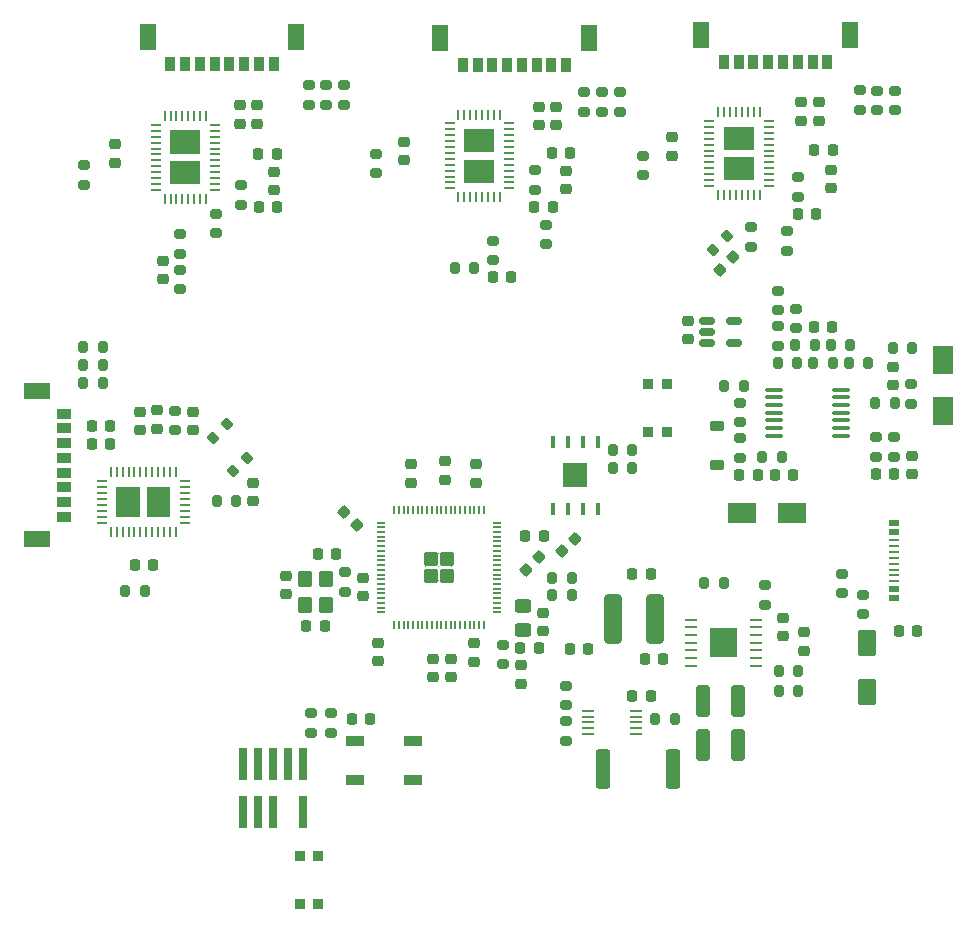
<source format=gtp>
%TF.GenerationSoftware,KiCad,Pcbnew,9.0.5-9.0.5~ubuntu24.04.1*%
%TF.CreationDate,2025-10-12T15:53:42-07:00*%
%TF.ProjectId,motor_board,6d6f746f-725f-4626-9f61-72642e6b6963,1.3*%
%TF.SameCoordinates,Original*%
%TF.FileFunction,Paste,Top*%
%TF.FilePolarity,Positive*%
%FSLAX46Y46*%
G04 Gerber Fmt 4.6, Leading zero omitted, Abs format (unit mm)*
G04 Created by KiCad (PCBNEW 9.0.5-9.0.5~ubuntu24.04.1) date 2025-10-12 15:53:42*
%MOMM*%
%LPD*%
G01*
G04 APERTURE LIST*
G04 Aperture macros list*
%AMRoundRect*
0 Rectangle with rounded corners*
0 $1 Rounding radius*
0 $2 $3 $4 $5 $6 $7 $8 $9 X,Y pos of 4 corners*
0 Add a 4 corners polygon primitive as box body*
4,1,4,$2,$3,$4,$5,$6,$7,$8,$9,$2,$3,0*
0 Add four circle primitives for the rounded corners*
1,1,$1+$1,$2,$3*
1,1,$1+$1,$4,$5*
1,1,$1+$1,$6,$7*
1,1,$1+$1,$8,$9*
0 Add four rect primitives between the rounded corners*
20,1,$1+$1,$2,$3,$4,$5,0*
20,1,$1+$1,$4,$5,$6,$7,0*
20,1,$1+$1,$6,$7,$8,$9,0*
20,1,$1+$1,$8,$9,$2,$3,0*%
G04 Aperture macros list end*
%ADD10C,0.000000*%
%ADD11R,1.120140X0.213360*%
%ADD12R,1.617000X1.722000*%
%ADD13RoundRect,0.225000X0.225000X0.250000X-0.225000X0.250000X-0.225000X-0.250000X0.225000X-0.250000X0*%
%ADD14RoundRect,0.225000X-0.225000X-0.250000X0.225000X-0.250000X0.225000X0.250000X-0.225000X0.250000X0*%
%ADD15RoundRect,0.200000X0.275000X-0.200000X0.275000X0.200000X-0.275000X0.200000X-0.275000X-0.200000X0*%
%ADD16RoundRect,0.225000X0.250000X-0.225000X0.250000X0.225000X-0.250000X0.225000X-0.250000X-0.225000X0*%
%ADD17RoundRect,0.200000X0.200000X0.275000X-0.200000X0.275000X-0.200000X-0.275000X0.200000X-0.275000X0*%
%ADD18RoundRect,0.200000X-0.200000X-0.275000X0.200000X-0.275000X0.200000X0.275000X-0.200000X0.275000X0*%
%ADD19RoundRect,0.250000X0.362500X1.425000X-0.362500X1.425000X-0.362500X-1.425000X0.362500X-1.425000X0*%
%ADD20RoundRect,0.333000X0.417000X1.767000X-0.417000X1.767000X-0.417000X-1.767000X0.417000X-1.767000X0*%
%ADD21RoundRect,0.250000X-0.325000X-1.100000X0.325000X-1.100000X0.325000X1.100000X-0.325000X1.100000X0*%
%ADD22R,1.137920X0.211328*%
%ADD23R,0.920000X0.480000*%
%ADD24R,0.920000X0.240000*%
%ADD25RoundRect,0.225000X0.335876X0.017678X0.017678X0.335876X-0.335876X-0.017678X-0.017678X-0.335876X0*%
%ADD26RoundRect,0.225000X-0.250000X0.225000X-0.250000X-0.225000X0.250000X-0.225000X0.250000X0.225000X0*%
%ADD27RoundRect,0.200000X-0.275000X0.200000X-0.275000X-0.200000X0.275000X-0.200000X0.275000X0.200000X0*%
%ADD28R,0.242473X0.906066*%
%ADD29R,0.906066X0.242473*%
%ADD30RoundRect,0.150000X-0.512500X-0.150000X0.512500X-0.150000X0.512500X0.150000X-0.512500X0.150000X0*%
%ADD31RoundRect,0.168300X0.596700X-0.936700X0.596700X0.936700X-0.596700X0.936700X-0.596700X-0.936700X0*%
%ADD32RoundRect,0.200000X-0.053033X0.335876X-0.335876X0.053033X0.053033X-0.335876X0.335876X-0.053033X0*%
%ADD33RoundRect,0.090000X-0.660000X-0.360000X0.660000X-0.360000X0.660000X0.360000X-0.660000X0.360000X0*%
%ADD34R,0.740000X2.790000*%
%ADD35RoundRect,0.250000X-0.450000X0.325000X-0.450000X-0.325000X0.450000X-0.325000X0.450000X0.325000X0*%
%ADD36R,2.350000X1.700000*%
%ADD37R,0.900000X0.900000*%
%ADD38R,0.838200X1.295400*%
%ADD39R,1.397000X2.260600*%
%ADD40RoundRect,0.250000X-0.350000X0.450000X-0.350000X-0.450000X0.350000X-0.450000X0.350000X0.450000X0*%
%ADD41RoundRect,0.100000X0.637500X0.100000X-0.637500X0.100000X-0.637500X-0.100000X0.637500X-0.100000X0*%
%ADD42R,0.450000X1.050000*%
%ADD43R,2.100000X2.100000*%
%ADD44RoundRect,0.225000X0.017678X-0.335876X0.335876X-0.017678X-0.017678X0.335876X-0.335876X0.017678X0*%
%ADD45R,1.700000X2.350000*%
%ADD46RoundRect,0.225000X-0.375000X0.225000X-0.375000X-0.225000X0.375000X-0.225000X0.375000X0.225000X0*%
%ADD47RoundRect,0.250000X-0.350000X0.350000X-0.350000X-0.350000X0.350000X-0.350000X0.350000X0.350000X0*%
%ADD48RoundRect,0.044000X-0.044000X-0.268000X0.044000X-0.268000X0.044000X0.268000X-0.044000X0.268000X0*%
%ADD49RoundRect,0.044000X-0.268000X0.044000X-0.268000X-0.044000X0.268000X-0.044000X0.268000X0.044000X0*%
%ADD50R,0.000001X0.000001*%
%ADD51RoundRect,0.200000X0.053033X-0.335876X0.335876X-0.053033X-0.053033X0.335876X-0.335876X0.053033X0*%
%ADD52R,1.295400X0.838200*%
%ADD53R,2.260600X1.397000*%
%ADD54RoundRect,0.225000X-0.017678X0.335876X-0.335876X0.017678X0.017678X-0.335876X0.335876X-0.017678X0*%
G04 APERTURE END LIST*
D10*
G36*
X166391004Y-118020000D02*
G01*
X164081004Y-118020000D01*
X164081004Y-115560000D01*
X166391004Y-115560000D01*
X166391004Y-118020000D01*
G37*
G36*
X115805771Y-106161631D02*
G01*
X113838371Y-106161631D01*
X113838371Y-103605095D01*
X115805771Y-103605095D01*
X115805771Y-106161631D01*
G37*
G36*
X118394905Y-106161631D02*
G01*
X116427505Y-106161631D01*
X116427505Y-103605095D01*
X118394905Y-103605095D01*
X118394905Y-106161631D01*
G37*
G36*
X145825400Y-75266067D02*
G01*
X143268864Y-75266067D01*
X143268864Y-73298667D01*
X145825400Y-73298667D01*
X145825400Y-75266067D01*
G37*
G36*
X145825400Y-77855201D02*
G01*
X143268864Y-77855201D01*
X143268864Y-75887801D01*
X145825400Y-75887801D01*
X145825400Y-77855201D01*
G37*
G36*
X167825400Y-75066067D02*
G01*
X165268864Y-75066067D01*
X165268864Y-73098667D01*
X167825400Y-73098667D01*
X167825400Y-75066067D01*
G37*
G36*
X167825400Y-77655201D02*
G01*
X165268864Y-77655201D01*
X165268864Y-75687801D01*
X167825400Y-75687801D01*
X167825400Y-77655201D01*
G37*
G36*
X120950400Y-75391067D02*
G01*
X118393864Y-75391067D01*
X118393864Y-73423667D01*
X120950400Y-73423667D01*
X120950400Y-75391067D01*
G37*
G36*
X120950400Y-77980201D02*
G01*
X118393864Y-77980201D01*
X118393864Y-76012801D01*
X120950400Y-76012801D01*
X120950400Y-77980201D01*
G37*
D11*
X168004604Y-118740034D03*
X168004604Y-118090021D03*
X168004604Y-117440012D03*
X168004604Y-116790000D03*
X168004604Y-116139988D03*
X168004604Y-115489979D03*
X168004604Y-114839966D03*
X162467404Y-114839966D03*
X162467404Y-115489979D03*
X162467404Y-116139988D03*
X162467404Y-116790000D03*
X162467404Y-117440012D03*
X162467404Y-118090021D03*
X162467404Y-118740034D03*
D12*
X165236004Y-116790000D03*
D13*
X159069100Y-110973900D03*
X157519100Y-110973900D03*
D14*
X152225000Y-117300000D03*
X153775000Y-117300000D03*
X158603600Y-118152400D03*
X160153600Y-118152400D03*
D15*
X168776600Y-113579900D03*
X168776600Y-111929900D03*
D16*
X170237100Y-116260400D03*
X170237100Y-114710400D03*
D14*
X180100000Y-115800000D03*
X181650000Y-115800000D03*
D17*
X171570100Y-119168400D03*
X169920100Y-119168400D03*
D16*
X172015100Y-117466900D03*
X172015100Y-115916900D03*
D18*
X163619100Y-111773900D03*
X165269100Y-111773900D03*
X169920100Y-120882900D03*
X171570100Y-120882900D03*
D19*
X160962500Y-127500000D03*
X155037500Y-127500000D03*
D20*
X159464100Y-114786900D03*
X155864100Y-114786900D03*
D21*
X163507004Y-121743000D03*
X166457004Y-121743000D03*
X163507004Y-125454900D03*
X166457004Y-125454900D03*
D17*
X161119100Y-123223900D03*
X159469100Y-123223900D03*
D22*
X157838800Y-124549901D03*
X157838800Y-124049899D03*
X157838800Y-123549900D03*
X157838800Y-123049901D03*
X157838800Y-122549899D03*
X153749400Y-122549899D03*
X153749400Y-123049901D03*
X153749400Y-123549900D03*
X153749400Y-124049899D03*
X153749400Y-124549901D03*
D14*
X157519100Y-121323900D03*
X159069100Y-121323900D03*
D23*
X179660000Y-113050000D03*
X179660000Y-112250000D03*
D24*
X179660000Y-111100000D03*
X179660000Y-110100000D03*
X179660000Y-109600000D03*
X179660000Y-108600000D03*
D23*
X179660000Y-107450000D03*
X179660000Y-106650000D03*
D24*
X179660000Y-108100000D03*
X179660000Y-109100000D03*
X179660000Y-110600000D03*
X179660000Y-111600000D03*
D25*
X134217108Y-106846908D03*
X133121092Y-105750892D03*
D14*
X125897132Y-79926933D03*
X127447132Y-79926933D03*
D26*
X140650000Y-118175000D03*
X140650000Y-119725000D03*
D16*
X115823592Y-98815914D03*
X115823592Y-97265914D03*
D15*
X158400000Y-77225000D03*
X158400000Y-75575000D03*
D14*
X125847132Y-75451933D03*
X127397132Y-75451933D03*
D27*
X122300000Y-80475000D03*
X122300000Y-82125000D03*
D18*
X150719100Y-112773900D03*
X152369100Y-112773900D03*
D17*
X181219100Y-91873900D03*
X179569100Y-91873900D03*
D27*
X124397132Y-78051933D03*
X124397132Y-79701933D03*
D26*
X160847132Y-74001933D03*
X160847132Y-75551933D03*
D16*
X141694100Y-102998900D03*
X141694100Y-101448900D03*
D17*
X116225000Y-112400000D03*
X114575000Y-112400000D03*
D28*
X118866637Y-102380330D03*
X118366638Y-102380330D03*
X117866636Y-102380330D03*
X117366637Y-102380330D03*
X116866638Y-102380330D03*
X116366637Y-102380330D03*
X115866637Y-102380330D03*
X115366636Y-102380330D03*
X114866637Y-102380330D03*
X114366638Y-102380330D03*
X113866636Y-102380330D03*
X113366637Y-102380330D03*
D29*
X112613604Y-103133364D03*
X112613604Y-103633363D03*
X112613604Y-104133362D03*
X112613604Y-104633363D03*
X112613604Y-105133363D03*
X112613604Y-105633364D03*
X112613604Y-106133363D03*
X112613604Y-106633362D03*
D28*
X113366637Y-107386396D03*
X113866636Y-107386396D03*
X114366638Y-107386396D03*
X114866637Y-107386396D03*
X115366636Y-107386396D03*
X115866637Y-107386396D03*
X116366637Y-107386396D03*
X116866638Y-107386396D03*
X117366637Y-107386396D03*
X117866636Y-107386396D03*
X118366638Y-107386396D03*
X118866637Y-107386396D03*
D29*
X119619670Y-106633362D03*
X119619670Y-106133363D03*
X119619670Y-105633364D03*
X119619670Y-105133363D03*
X119619670Y-104633363D03*
X119619670Y-104133362D03*
X119619670Y-103633363D03*
X119619670Y-103133364D03*
D15*
X166594100Y-98148900D03*
X166594100Y-96498900D03*
D14*
X111773592Y-98465914D03*
X113323592Y-98465914D03*
D30*
X163862500Y-89550000D03*
X163862500Y-90500000D03*
X163862500Y-91450000D03*
X166137500Y-91450000D03*
X166137500Y-89550000D03*
D27*
X119222132Y-85201933D03*
X119222132Y-86851933D03*
D18*
X150719100Y-111273900D03*
X152369100Y-111273900D03*
D16*
X125438605Y-104836395D03*
X125438605Y-103286395D03*
D17*
X170169100Y-101073900D03*
X168519100Y-101073900D03*
X112688605Y-93261395D03*
X111038605Y-93261395D03*
D15*
X177032000Y-114387000D03*
X177032000Y-112737000D03*
D26*
X125757132Y-71301933D03*
X125757132Y-72851933D03*
D15*
X176797132Y-71676933D03*
X176797132Y-70026933D03*
D18*
X169819100Y-93073900D03*
X171469100Y-93073900D03*
D27*
X170600000Y-81975000D03*
X170600000Y-83625000D03*
D18*
X172819100Y-93073900D03*
X174469100Y-93073900D03*
D31*
X177400000Y-116850000D03*
X177400000Y-120950000D03*
D26*
X113747132Y-74601933D03*
X113747132Y-76151933D03*
D13*
X132444100Y-109323900D03*
X130894100Y-109323900D03*
D29*
X147050165Y-78326933D03*
X147050165Y-77826934D03*
X147050165Y-77326932D03*
X147050165Y-76826933D03*
X147050165Y-76326934D03*
X147050165Y-75826933D03*
X147050165Y-75326933D03*
X147050165Y-74826932D03*
X147050165Y-74326933D03*
X147050165Y-73826934D03*
X147050165Y-73326932D03*
X147050165Y-72826933D03*
D28*
X146297131Y-72073900D03*
X145797132Y-72073900D03*
X145297133Y-72073900D03*
X144797132Y-72073900D03*
X144297132Y-72073900D03*
X143797131Y-72073900D03*
X143297132Y-72073900D03*
X142797133Y-72073900D03*
D29*
X142044099Y-72826933D03*
X142044099Y-73326932D03*
X142044099Y-73826934D03*
X142044099Y-74326933D03*
X142044099Y-74826932D03*
X142044099Y-75326933D03*
X142044099Y-75826933D03*
X142044099Y-76326934D03*
X142044099Y-76826933D03*
X142044099Y-77326932D03*
X142044099Y-77826934D03*
X142044099Y-78326933D03*
D28*
X142797133Y-79079966D03*
X143297132Y-79079966D03*
X143797131Y-79079966D03*
X144297132Y-79079966D03*
X144797132Y-79079966D03*
X145297133Y-79079966D03*
X145797132Y-79079966D03*
X146297131Y-79079966D03*
D26*
X173322132Y-71051933D03*
X173322132Y-72601933D03*
X128200000Y-111125000D03*
X128200000Y-112675000D03*
D18*
X175819100Y-93073900D03*
X177469100Y-93073900D03*
D13*
X174419100Y-90073900D03*
X172869100Y-90073900D03*
D17*
X157519100Y-100473900D03*
X155869100Y-100473900D03*
D16*
X144294100Y-103248900D03*
X144294100Y-101698900D03*
D14*
X111773592Y-99965914D03*
X113323592Y-99965914D03*
D16*
X138794100Y-103248900D03*
X138794100Y-101698900D03*
D27*
X169844100Y-89998900D03*
X169844100Y-91648900D03*
X178112850Y-99398900D03*
X178112850Y-101048900D03*
D18*
X122338605Y-104786395D03*
X123988605Y-104786395D03*
D26*
X135994100Y-116798900D03*
X135994100Y-118348900D03*
D13*
X131469100Y-115373900D03*
X129919100Y-115373900D03*
D15*
X130122132Y-71251933D03*
X130122132Y-69601933D03*
D13*
X171119100Y-102573900D03*
X169569100Y-102573900D03*
D26*
X134750000Y-111298900D03*
X134750000Y-112848900D03*
D27*
X119222132Y-82201933D03*
X119222132Y-83851933D03*
D32*
X165530495Y-82368570D03*
X164363769Y-83535296D03*
D33*
X134044100Y-125123900D03*
X134044100Y-128423900D03*
X138944100Y-128423900D03*
X138944100Y-125123900D03*
D14*
X166569100Y-102573900D03*
X168119100Y-102573900D03*
D26*
X179619100Y-93448900D03*
X179619100Y-94998900D03*
D14*
X150719100Y-75323900D03*
X152269100Y-75323900D03*
X149219100Y-79873900D03*
X150769100Y-79873900D03*
D17*
X112698592Y-94765914D03*
X111048592Y-94765914D03*
D14*
X172922132Y-75076933D03*
X174472132Y-75076933D03*
D27*
X181119100Y-94898900D03*
X181119100Y-96548900D03*
D26*
X162200000Y-89550000D03*
X162200000Y-91100000D03*
D15*
X175300000Y-112600000D03*
X175300000Y-110950000D03*
D34*
X124547500Y-131141400D03*
X124547500Y-127071400D03*
X125817500Y-131141400D03*
X125817500Y-127071400D03*
X127087500Y-131141400D03*
X127087500Y-127071400D03*
X128357500Y-127071400D03*
X129627500Y-131141400D03*
X129627500Y-127071400D03*
D35*
X148294100Y-113648900D03*
X148294100Y-115698900D03*
D15*
X146594100Y-118598900D03*
X146594100Y-116948900D03*
D27*
X149244100Y-76798900D03*
X149244100Y-78448900D03*
D36*
X171060694Y-105800000D03*
X166760694Y-105800000D03*
D37*
X158844100Y-94873900D03*
X158844100Y-98973900D03*
X160444100Y-94873900D03*
X160444100Y-98973900D03*
D38*
X151919100Y-67868100D03*
X150669100Y-67868100D03*
X149419100Y-67868100D03*
X148169100Y-67868100D03*
X146919100Y-67868100D03*
X145669100Y-67868100D03*
X144419100Y-67868100D03*
X143169100Y-67868100D03*
D39*
X141269099Y-65573210D03*
X153819101Y-65573210D03*
D14*
X171522132Y-80476933D03*
X173072132Y-80476933D03*
D15*
X154919100Y-71848900D03*
X154919100Y-70198900D03*
X118800000Y-98825000D03*
X118800000Y-97175000D03*
D17*
X144119100Y-85073900D03*
X142469100Y-85073900D03*
D15*
X131622132Y-71251933D03*
X131622132Y-69601933D03*
X179644100Y-101048900D03*
X179644100Y-99398900D03*
D14*
X148044100Y-117273900D03*
X149594100Y-117273900D03*
D17*
X179719100Y-96473900D03*
X178069100Y-96473900D03*
D13*
X179669100Y-102473900D03*
X178119100Y-102473900D03*
D17*
X112688605Y-91761395D03*
X111038605Y-91761395D03*
D18*
X174319100Y-91573900D03*
X175969100Y-91573900D03*
D26*
X148069100Y-118723900D03*
X148069100Y-120273900D03*
D15*
X133097132Y-71251933D03*
X133097132Y-69601933D03*
X132044100Y-124436400D03*
X132044100Y-122786400D03*
X135800000Y-77025000D03*
X135800000Y-75375000D03*
D26*
X124297132Y-71301933D03*
X124297132Y-72851933D03*
D27*
X171547132Y-77401933D03*
X171547132Y-79051933D03*
D26*
X171822132Y-71051933D03*
X171822132Y-72601933D03*
D27*
X169844100Y-86998900D03*
X169844100Y-88648900D03*
D17*
X166969100Y-95023900D03*
X165319100Y-95023900D03*
D13*
X150019100Y-107723900D03*
X148469100Y-107723900D03*
D40*
X129844100Y-111373900D03*
X129844100Y-113573900D03*
X131544100Y-113573900D03*
X131544100Y-111373900D03*
D27*
X150200000Y-81400000D03*
X150200000Y-83050000D03*
D26*
X127197132Y-76926933D03*
X127197132Y-78476933D03*
D41*
X175206600Y-99273900D03*
X175206600Y-98623900D03*
X175206600Y-97973900D03*
X175206600Y-97323900D03*
X175206600Y-96673900D03*
X175206600Y-96023900D03*
X175206600Y-95373900D03*
X169481600Y-95373900D03*
X169481600Y-96023900D03*
X169481600Y-96673900D03*
X169481600Y-97323900D03*
X169481600Y-97973900D03*
X169481600Y-98623900D03*
X169481600Y-99273900D03*
D26*
X142150000Y-118175000D03*
X142150000Y-119725000D03*
D42*
X154599100Y-99773900D03*
X153329100Y-99773900D03*
X152059100Y-99773900D03*
X150789100Y-99773900D03*
X150789100Y-105473900D03*
X152059100Y-105473900D03*
X153329100Y-105473900D03*
X154599100Y-105473900D03*
D43*
X152694100Y-102623900D03*
D14*
X133794100Y-123273900D03*
X135344100Y-123273900D03*
D15*
X133194100Y-112498900D03*
X133194100Y-110848900D03*
D26*
X117747132Y-84476933D03*
X117747132Y-86026933D03*
D38*
X174022132Y-67651933D03*
X172772132Y-67651933D03*
X171522132Y-67651933D03*
X170272132Y-67651933D03*
X169022132Y-67651933D03*
X167772132Y-67651933D03*
X166522132Y-67651933D03*
X165272132Y-67651933D03*
D39*
X163372131Y-65357043D03*
X175922133Y-65357043D03*
D29*
X169050165Y-78126933D03*
X169050165Y-77626934D03*
X169050165Y-77126932D03*
X169050165Y-76626933D03*
X169050165Y-76126934D03*
X169050165Y-75626933D03*
X169050165Y-75126933D03*
X169050165Y-74626932D03*
X169050165Y-74126933D03*
X169050165Y-73626934D03*
X169050165Y-73126932D03*
X169050165Y-72626933D03*
D28*
X168297131Y-71873900D03*
X167797132Y-71873900D03*
X167297133Y-71873900D03*
X166797132Y-71873900D03*
X166297132Y-71873900D03*
X165797131Y-71873900D03*
X165297132Y-71873900D03*
X164797133Y-71873900D03*
D29*
X164044099Y-72626933D03*
X164044099Y-73126932D03*
X164044099Y-73626934D03*
X164044099Y-74126933D03*
X164044099Y-74626932D03*
X164044099Y-75126933D03*
X164044099Y-75626933D03*
X164044099Y-76126934D03*
X164044099Y-76626933D03*
X164044099Y-77126932D03*
X164044099Y-77626934D03*
X164044099Y-78126933D03*
D28*
X164797133Y-78879966D03*
X165297132Y-78879966D03*
X165797131Y-78879966D03*
X166297132Y-78879966D03*
X166797132Y-78879966D03*
X167297133Y-78879966D03*
X167797132Y-78879966D03*
X168297131Y-78879966D03*
D44*
X148546092Y-110596908D03*
X149642108Y-109500892D03*
D37*
X130940425Y-138957500D03*
X130940425Y-134857500D03*
X129340425Y-138957500D03*
X129340425Y-134857500D03*
D15*
X111100000Y-78025000D03*
X111100000Y-76375000D03*
X179747132Y-71701933D03*
X179747132Y-70051933D03*
D14*
X115388605Y-110186395D03*
X116938605Y-110186395D03*
D45*
X183844100Y-92873900D03*
X183844100Y-97173900D03*
D14*
X145719100Y-85823900D03*
X147269100Y-85823900D03*
D26*
X149994100Y-114248900D03*
X149994100Y-115798900D03*
D18*
X171319100Y-91573900D03*
X172969100Y-91573900D03*
D26*
X151894100Y-76848900D03*
X151894100Y-78398900D03*
X181169100Y-100948900D03*
X181169100Y-102498900D03*
X138194100Y-74398900D03*
X138194100Y-75948900D03*
D29*
X122175165Y-78451933D03*
X122175165Y-77951934D03*
X122175165Y-77451932D03*
X122175165Y-76951933D03*
X122175165Y-76451934D03*
X122175165Y-75951933D03*
X122175165Y-75451933D03*
X122175165Y-74951932D03*
X122175165Y-74451933D03*
X122175165Y-73951934D03*
X122175165Y-73451932D03*
X122175165Y-72951933D03*
D28*
X121422131Y-72198900D03*
X120922132Y-72198900D03*
X120422133Y-72198900D03*
X119922132Y-72198900D03*
X119422132Y-72198900D03*
X118922131Y-72198900D03*
X118422132Y-72198900D03*
X117922133Y-72198900D03*
D29*
X117169099Y-72951933D03*
X117169099Y-73451932D03*
X117169099Y-73951934D03*
X117169099Y-74451933D03*
X117169099Y-74951932D03*
X117169099Y-75451933D03*
X117169099Y-75951933D03*
X117169099Y-76451934D03*
X117169099Y-76951933D03*
X117169099Y-77451932D03*
X117169099Y-77951934D03*
X117169099Y-78451933D03*
D28*
X117922133Y-79204966D03*
X118422132Y-79204966D03*
X118922131Y-79204966D03*
X119422132Y-79204966D03*
X119922132Y-79204966D03*
X120422133Y-79204966D03*
X120922132Y-79204966D03*
X121422131Y-79204966D03*
D26*
X174297132Y-76751933D03*
X174297132Y-78301933D03*
D27*
X167597132Y-81601933D03*
X167597132Y-83251933D03*
X166594100Y-99498900D03*
X166594100Y-101148900D03*
X171344100Y-88498900D03*
X171344100Y-90148900D03*
D15*
X178272132Y-71701933D03*
X178272132Y-70051933D03*
X153394100Y-71848900D03*
X153394100Y-70198900D03*
D26*
X144144100Y-116848900D03*
X144144100Y-118398900D03*
D16*
X117300000Y-98675000D03*
X117300000Y-97125000D03*
D27*
X151894100Y-123448900D03*
X151894100Y-125098900D03*
D18*
X155869100Y-101973900D03*
X157519100Y-101973900D03*
D46*
X164644100Y-98473900D03*
X164644100Y-101773900D03*
D26*
X149584100Y-71398900D03*
X149584100Y-72948900D03*
D16*
X120300000Y-98775000D03*
X120300000Y-97225000D03*
D47*
X141844100Y-109723900D03*
X140444100Y-109723900D03*
X141844100Y-111123900D03*
X140444100Y-111123900D03*
D48*
X144944100Y-105527400D03*
X144544100Y-105527400D03*
X144144100Y-105527400D03*
X143744100Y-105527400D03*
X143344100Y-105527400D03*
X142944100Y-105527400D03*
X142544100Y-105527400D03*
X142144100Y-105527400D03*
X141744100Y-105527400D03*
X141344100Y-105527400D03*
X140944100Y-105527400D03*
X140544100Y-105527400D03*
X140144100Y-105527400D03*
X139744100Y-105527400D03*
X139344100Y-105527400D03*
X138944100Y-105527400D03*
X138544100Y-105527400D03*
X138144100Y-105527400D03*
X137744100Y-105527400D03*
X137344100Y-105527400D03*
D49*
X136247600Y-106623900D03*
X136247600Y-107023900D03*
X136247600Y-107423900D03*
X136247600Y-107823900D03*
X136247600Y-108223900D03*
X136247600Y-108623900D03*
X136247600Y-109023900D03*
X136247600Y-109423900D03*
X136247600Y-109823900D03*
X136247600Y-110223900D03*
X136247600Y-110623900D03*
X136247600Y-111023900D03*
X136247600Y-111423900D03*
X136247600Y-111823900D03*
X136247600Y-112223900D03*
X136247600Y-112623900D03*
X136247600Y-113023900D03*
X136247600Y-113423900D03*
X136247600Y-113823900D03*
X136247600Y-114223900D03*
D48*
X137344100Y-115320400D03*
X137744100Y-115320400D03*
X138144100Y-115320400D03*
X138544100Y-115320400D03*
X138944100Y-115320400D03*
X139344100Y-115320400D03*
X139744100Y-115320400D03*
X140144100Y-115320400D03*
X140544100Y-115320400D03*
X140944100Y-115320400D03*
X141344100Y-115320400D03*
X141744100Y-115320400D03*
X142144100Y-115320400D03*
X142544100Y-115320400D03*
X142944100Y-115320400D03*
X143344100Y-115320400D03*
X143744100Y-115320400D03*
X144144100Y-115320400D03*
X144544100Y-115320400D03*
X144944100Y-115320400D03*
D49*
X146040600Y-114223900D03*
X146040600Y-113823900D03*
X146040600Y-113423900D03*
X146040600Y-113023900D03*
X146040600Y-112623900D03*
X146040600Y-112223900D03*
X146040600Y-111823900D03*
X146040600Y-111423900D03*
X146040600Y-111023900D03*
X146040600Y-110623900D03*
X146040600Y-110223900D03*
X146040600Y-109823900D03*
X146040600Y-109423900D03*
X146040600Y-109023900D03*
X146040600Y-108623900D03*
X146040600Y-108223900D03*
X146040600Y-107823900D03*
X146040600Y-107423900D03*
X146040600Y-107023900D03*
X146040600Y-106623900D03*
D50*
X142277433Y-109290567D03*
X141144100Y-109290567D03*
X140010767Y-109290567D03*
X142277433Y-110423900D03*
X141144100Y-110423900D03*
X140010767Y-110423900D03*
X142277433Y-111557233D03*
X141144100Y-111557233D03*
X140010767Y-111557233D03*
D27*
X145744100Y-82748900D03*
X145744100Y-84398900D03*
D51*
X122016637Y-99483363D03*
X123183363Y-98316637D03*
D52*
X109373592Y-97390914D03*
X109373592Y-98640914D03*
X109373592Y-99890914D03*
X109373592Y-101140914D03*
X109373592Y-102390914D03*
X109373592Y-103640914D03*
X109373592Y-104890914D03*
X109373592Y-106140914D03*
D53*
X107078702Y-108040915D03*
X107078702Y-95490913D03*
D51*
X123716637Y-102283363D03*
X124883363Y-101116637D03*
D54*
X152692108Y-107975892D03*
X151596092Y-109071908D03*
D38*
X127147132Y-67796133D03*
X125897132Y-67796133D03*
X124647132Y-67796133D03*
X123397132Y-67796133D03*
X122147132Y-67796133D03*
X120897132Y-67796133D03*
X119647132Y-67796133D03*
X118397132Y-67796133D03*
D39*
X116497131Y-65501243D03*
X129047133Y-65501243D03*
D26*
X151094100Y-71398900D03*
X151094100Y-72948900D03*
D15*
X130294100Y-124436400D03*
X130294100Y-122786400D03*
X151894100Y-122098900D03*
X151894100Y-120448900D03*
X156444100Y-71848900D03*
X156444100Y-70198900D03*
D54*
X166020140Y-84103925D03*
X164924124Y-85199941D03*
M02*

</source>
